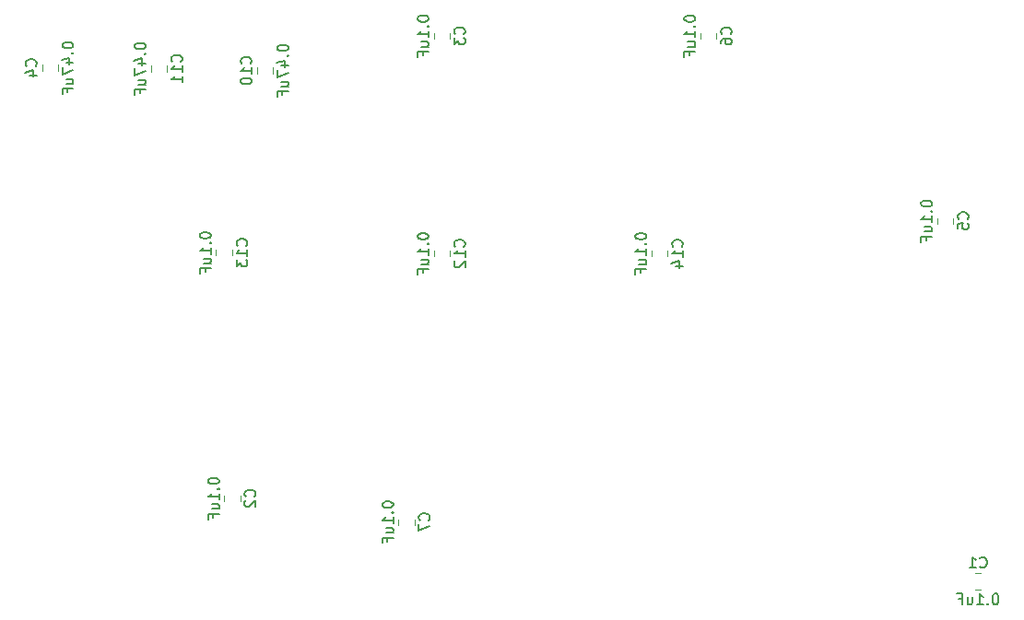
<source format=gbr>
%TF.GenerationSoftware,KiCad,Pcbnew,9.0.0*%
%TF.CreationDate,2025-03-15T18:23:47-05:00*%
%TF.ProjectId,Model I RS232,4d6f6465-6c20-4492-9052-533233322e6b,rev?*%
%TF.SameCoordinates,Original*%
%TF.FileFunction,Legend,Bot*%
%TF.FilePolarity,Positive*%
%FSLAX46Y46*%
G04 Gerber Fmt 4.6, Leading zero omitted, Abs format (unit mm)*
G04 Created by KiCad (PCBNEW 9.0.0) date 2025-03-15 18:23:47*
%MOMM*%
%LPD*%
G01*
G04 APERTURE LIST*
%ADD10C,0.150000*%
%ADD11C,0.120000*%
G04 APERTURE END LIST*
D10*
X159039580Y-78620833D02*
X159087200Y-78573214D01*
X159087200Y-78573214D02*
X159134819Y-78430357D01*
X159134819Y-78430357D02*
X159134819Y-78335119D01*
X159134819Y-78335119D02*
X159087200Y-78192262D01*
X159087200Y-78192262D02*
X158991961Y-78097024D01*
X158991961Y-78097024D02*
X158896723Y-78049405D01*
X158896723Y-78049405D02*
X158706247Y-78001786D01*
X158706247Y-78001786D02*
X158563390Y-78001786D01*
X158563390Y-78001786D02*
X158372914Y-78049405D01*
X158372914Y-78049405D02*
X158277676Y-78097024D01*
X158277676Y-78097024D02*
X158182438Y-78192262D01*
X158182438Y-78192262D02*
X158134819Y-78335119D01*
X158134819Y-78335119D02*
X158134819Y-78430357D01*
X158134819Y-78430357D02*
X158182438Y-78573214D01*
X158182438Y-78573214D02*
X158230057Y-78620833D01*
X158134819Y-79477976D02*
X158134819Y-79287500D01*
X158134819Y-79287500D02*
X158182438Y-79192262D01*
X158182438Y-79192262D02*
X158230057Y-79144643D01*
X158230057Y-79144643D02*
X158372914Y-79049405D01*
X158372914Y-79049405D02*
X158563390Y-79001786D01*
X158563390Y-79001786D02*
X158944342Y-79001786D01*
X158944342Y-79001786D02*
X159039580Y-79049405D01*
X159039580Y-79049405D02*
X159087200Y-79097024D01*
X159087200Y-79097024D02*
X159134819Y-79192262D01*
X159134819Y-79192262D02*
X159134819Y-79382738D01*
X159134819Y-79382738D02*
X159087200Y-79477976D01*
X159087200Y-79477976D02*
X159039580Y-79525595D01*
X159039580Y-79525595D02*
X158944342Y-79573214D01*
X158944342Y-79573214D02*
X158706247Y-79573214D01*
X158706247Y-79573214D02*
X158611009Y-79525595D01*
X158611009Y-79525595D02*
X158563390Y-79477976D01*
X158563390Y-79477976D02*
X158515771Y-79382738D01*
X158515771Y-79382738D02*
X158515771Y-79192262D01*
X158515771Y-79192262D02*
X158563390Y-79097024D01*
X158563390Y-79097024D02*
X158611009Y-79049405D01*
X158611009Y-79049405D02*
X158706247Y-79001786D01*
X154774819Y-77144643D02*
X154774819Y-77239881D01*
X154774819Y-77239881D02*
X154822438Y-77335119D01*
X154822438Y-77335119D02*
X154870057Y-77382738D01*
X154870057Y-77382738D02*
X154965295Y-77430357D01*
X154965295Y-77430357D02*
X155155771Y-77477976D01*
X155155771Y-77477976D02*
X155393866Y-77477976D01*
X155393866Y-77477976D02*
X155584342Y-77430357D01*
X155584342Y-77430357D02*
X155679580Y-77382738D01*
X155679580Y-77382738D02*
X155727200Y-77335119D01*
X155727200Y-77335119D02*
X155774819Y-77239881D01*
X155774819Y-77239881D02*
X155774819Y-77144643D01*
X155774819Y-77144643D02*
X155727200Y-77049405D01*
X155727200Y-77049405D02*
X155679580Y-77001786D01*
X155679580Y-77001786D02*
X155584342Y-76954167D01*
X155584342Y-76954167D02*
X155393866Y-76906548D01*
X155393866Y-76906548D02*
X155155771Y-76906548D01*
X155155771Y-76906548D02*
X154965295Y-76954167D01*
X154965295Y-76954167D02*
X154870057Y-77001786D01*
X154870057Y-77001786D02*
X154822438Y-77049405D01*
X154822438Y-77049405D02*
X154774819Y-77144643D01*
X155679580Y-77906548D02*
X155727200Y-77954167D01*
X155727200Y-77954167D02*
X155774819Y-77906548D01*
X155774819Y-77906548D02*
X155727200Y-77858929D01*
X155727200Y-77858929D02*
X155679580Y-77906548D01*
X155679580Y-77906548D02*
X155774819Y-77906548D01*
X155774819Y-78906547D02*
X155774819Y-78335119D01*
X155774819Y-78620833D02*
X154774819Y-78620833D01*
X154774819Y-78620833D02*
X154917676Y-78525595D01*
X154917676Y-78525595D02*
X155012914Y-78430357D01*
X155012914Y-78430357D02*
X155060533Y-78335119D01*
X155108152Y-79763690D02*
X155774819Y-79763690D01*
X155108152Y-79335119D02*
X155631961Y-79335119D01*
X155631961Y-79335119D02*
X155727200Y-79382738D01*
X155727200Y-79382738D02*
X155774819Y-79477976D01*
X155774819Y-79477976D02*
X155774819Y-79620833D01*
X155774819Y-79620833D02*
X155727200Y-79716071D01*
X155727200Y-79716071D02*
X155679580Y-79763690D01*
X155251009Y-80573214D02*
X155251009Y-80239881D01*
X155774819Y-80239881D02*
X154774819Y-80239881D01*
X154774819Y-80239881D02*
X154774819Y-80716071D01*
X134539580Y-78620833D02*
X134587200Y-78573214D01*
X134587200Y-78573214D02*
X134634819Y-78430357D01*
X134634819Y-78430357D02*
X134634819Y-78335119D01*
X134634819Y-78335119D02*
X134587200Y-78192262D01*
X134587200Y-78192262D02*
X134491961Y-78097024D01*
X134491961Y-78097024D02*
X134396723Y-78049405D01*
X134396723Y-78049405D02*
X134206247Y-78001786D01*
X134206247Y-78001786D02*
X134063390Y-78001786D01*
X134063390Y-78001786D02*
X133872914Y-78049405D01*
X133872914Y-78049405D02*
X133777676Y-78097024D01*
X133777676Y-78097024D02*
X133682438Y-78192262D01*
X133682438Y-78192262D02*
X133634819Y-78335119D01*
X133634819Y-78335119D02*
X133634819Y-78430357D01*
X133634819Y-78430357D02*
X133682438Y-78573214D01*
X133682438Y-78573214D02*
X133730057Y-78620833D01*
X133634819Y-78954167D02*
X133634819Y-79573214D01*
X133634819Y-79573214D02*
X134015771Y-79239881D01*
X134015771Y-79239881D02*
X134015771Y-79382738D01*
X134015771Y-79382738D02*
X134063390Y-79477976D01*
X134063390Y-79477976D02*
X134111009Y-79525595D01*
X134111009Y-79525595D02*
X134206247Y-79573214D01*
X134206247Y-79573214D02*
X134444342Y-79573214D01*
X134444342Y-79573214D02*
X134539580Y-79525595D01*
X134539580Y-79525595D02*
X134587200Y-79477976D01*
X134587200Y-79477976D02*
X134634819Y-79382738D01*
X134634819Y-79382738D02*
X134634819Y-79097024D01*
X134634819Y-79097024D02*
X134587200Y-79001786D01*
X134587200Y-79001786D02*
X134539580Y-78954167D01*
X130274819Y-77144643D02*
X130274819Y-77239881D01*
X130274819Y-77239881D02*
X130322438Y-77335119D01*
X130322438Y-77335119D02*
X130370057Y-77382738D01*
X130370057Y-77382738D02*
X130465295Y-77430357D01*
X130465295Y-77430357D02*
X130655771Y-77477976D01*
X130655771Y-77477976D02*
X130893866Y-77477976D01*
X130893866Y-77477976D02*
X131084342Y-77430357D01*
X131084342Y-77430357D02*
X131179580Y-77382738D01*
X131179580Y-77382738D02*
X131227200Y-77335119D01*
X131227200Y-77335119D02*
X131274819Y-77239881D01*
X131274819Y-77239881D02*
X131274819Y-77144643D01*
X131274819Y-77144643D02*
X131227200Y-77049405D01*
X131227200Y-77049405D02*
X131179580Y-77001786D01*
X131179580Y-77001786D02*
X131084342Y-76954167D01*
X131084342Y-76954167D02*
X130893866Y-76906548D01*
X130893866Y-76906548D02*
X130655771Y-76906548D01*
X130655771Y-76906548D02*
X130465295Y-76954167D01*
X130465295Y-76954167D02*
X130370057Y-77001786D01*
X130370057Y-77001786D02*
X130322438Y-77049405D01*
X130322438Y-77049405D02*
X130274819Y-77144643D01*
X131179580Y-77906548D02*
X131227200Y-77954167D01*
X131227200Y-77954167D02*
X131274819Y-77906548D01*
X131274819Y-77906548D02*
X131227200Y-77858929D01*
X131227200Y-77858929D02*
X131179580Y-77906548D01*
X131179580Y-77906548D02*
X131274819Y-77906548D01*
X131274819Y-78906547D02*
X131274819Y-78335119D01*
X131274819Y-78620833D02*
X130274819Y-78620833D01*
X130274819Y-78620833D02*
X130417676Y-78525595D01*
X130417676Y-78525595D02*
X130512914Y-78430357D01*
X130512914Y-78430357D02*
X130560533Y-78335119D01*
X130608152Y-79763690D02*
X131274819Y-79763690D01*
X130608152Y-79335119D02*
X131131961Y-79335119D01*
X131131961Y-79335119D02*
X131227200Y-79382738D01*
X131227200Y-79382738D02*
X131274819Y-79477976D01*
X131274819Y-79477976D02*
X131274819Y-79620833D01*
X131274819Y-79620833D02*
X131227200Y-79716071D01*
X131227200Y-79716071D02*
X131179580Y-79763690D01*
X130751009Y-80573214D02*
X130751009Y-80239881D01*
X131274819Y-80239881D02*
X130274819Y-80239881D01*
X130274819Y-80239881D02*
X130274819Y-80716071D01*
X134539580Y-98144642D02*
X134587200Y-98097023D01*
X134587200Y-98097023D02*
X134634819Y-97954166D01*
X134634819Y-97954166D02*
X134634819Y-97858928D01*
X134634819Y-97858928D02*
X134587200Y-97716071D01*
X134587200Y-97716071D02*
X134491961Y-97620833D01*
X134491961Y-97620833D02*
X134396723Y-97573214D01*
X134396723Y-97573214D02*
X134206247Y-97525595D01*
X134206247Y-97525595D02*
X134063390Y-97525595D01*
X134063390Y-97525595D02*
X133872914Y-97573214D01*
X133872914Y-97573214D02*
X133777676Y-97620833D01*
X133777676Y-97620833D02*
X133682438Y-97716071D01*
X133682438Y-97716071D02*
X133634819Y-97858928D01*
X133634819Y-97858928D02*
X133634819Y-97954166D01*
X133634819Y-97954166D02*
X133682438Y-98097023D01*
X133682438Y-98097023D02*
X133730057Y-98144642D01*
X134634819Y-99097023D02*
X134634819Y-98525595D01*
X134634819Y-98811309D02*
X133634819Y-98811309D01*
X133634819Y-98811309D02*
X133777676Y-98716071D01*
X133777676Y-98716071D02*
X133872914Y-98620833D01*
X133872914Y-98620833D02*
X133920533Y-98525595D01*
X133730057Y-99477976D02*
X133682438Y-99525595D01*
X133682438Y-99525595D02*
X133634819Y-99620833D01*
X133634819Y-99620833D02*
X133634819Y-99858928D01*
X133634819Y-99858928D02*
X133682438Y-99954166D01*
X133682438Y-99954166D02*
X133730057Y-100001785D01*
X133730057Y-100001785D02*
X133825295Y-100049404D01*
X133825295Y-100049404D02*
X133920533Y-100049404D01*
X133920533Y-100049404D02*
X134063390Y-100001785D01*
X134063390Y-100001785D02*
X134634819Y-99430357D01*
X134634819Y-99430357D02*
X134634819Y-100049404D01*
X130274819Y-97144643D02*
X130274819Y-97239881D01*
X130274819Y-97239881D02*
X130322438Y-97335119D01*
X130322438Y-97335119D02*
X130370057Y-97382738D01*
X130370057Y-97382738D02*
X130465295Y-97430357D01*
X130465295Y-97430357D02*
X130655771Y-97477976D01*
X130655771Y-97477976D02*
X130893866Y-97477976D01*
X130893866Y-97477976D02*
X131084342Y-97430357D01*
X131084342Y-97430357D02*
X131179580Y-97382738D01*
X131179580Y-97382738D02*
X131227200Y-97335119D01*
X131227200Y-97335119D02*
X131274819Y-97239881D01*
X131274819Y-97239881D02*
X131274819Y-97144643D01*
X131274819Y-97144643D02*
X131227200Y-97049405D01*
X131227200Y-97049405D02*
X131179580Y-97001786D01*
X131179580Y-97001786D02*
X131084342Y-96954167D01*
X131084342Y-96954167D02*
X130893866Y-96906548D01*
X130893866Y-96906548D02*
X130655771Y-96906548D01*
X130655771Y-96906548D02*
X130465295Y-96954167D01*
X130465295Y-96954167D02*
X130370057Y-97001786D01*
X130370057Y-97001786D02*
X130322438Y-97049405D01*
X130322438Y-97049405D02*
X130274819Y-97144643D01*
X131179580Y-97906548D02*
X131227200Y-97954167D01*
X131227200Y-97954167D02*
X131274819Y-97906548D01*
X131274819Y-97906548D02*
X131227200Y-97858929D01*
X131227200Y-97858929D02*
X131179580Y-97906548D01*
X131179580Y-97906548D02*
X131274819Y-97906548D01*
X131274819Y-98906547D02*
X131274819Y-98335119D01*
X131274819Y-98620833D02*
X130274819Y-98620833D01*
X130274819Y-98620833D02*
X130417676Y-98525595D01*
X130417676Y-98525595D02*
X130512914Y-98430357D01*
X130512914Y-98430357D02*
X130560533Y-98335119D01*
X130608152Y-99763690D02*
X131274819Y-99763690D01*
X130608152Y-99335119D02*
X131131961Y-99335119D01*
X131131961Y-99335119D02*
X131227200Y-99382738D01*
X131227200Y-99382738D02*
X131274819Y-99477976D01*
X131274819Y-99477976D02*
X131274819Y-99620833D01*
X131274819Y-99620833D02*
X131227200Y-99716071D01*
X131227200Y-99716071D02*
X131179580Y-99763690D01*
X130751009Y-100573214D02*
X130751009Y-100239881D01*
X131274819Y-100239881D02*
X130274819Y-100239881D01*
X130274819Y-100239881D02*
X130274819Y-100716071D01*
X180789580Y-95620833D02*
X180837200Y-95573214D01*
X180837200Y-95573214D02*
X180884819Y-95430357D01*
X180884819Y-95430357D02*
X180884819Y-95335119D01*
X180884819Y-95335119D02*
X180837200Y-95192262D01*
X180837200Y-95192262D02*
X180741961Y-95097024D01*
X180741961Y-95097024D02*
X180646723Y-95049405D01*
X180646723Y-95049405D02*
X180456247Y-95001786D01*
X180456247Y-95001786D02*
X180313390Y-95001786D01*
X180313390Y-95001786D02*
X180122914Y-95049405D01*
X180122914Y-95049405D02*
X180027676Y-95097024D01*
X180027676Y-95097024D02*
X179932438Y-95192262D01*
X179932438Y-95192262D02*
X179884819Y-95335119D01*
X179884819Y-95335119D02*
X179884819Y-95430357D01*
X179884819Y-95430357D02*
X179932438Y-95573214D01*
X179932438Y-95573214D02*
X179980057Y-95620833D01*
X179884819Y-96525595D02*
X179884819Y-96049405D01*
X179884819Y-96049405D02*
X180361009Y-96001786D01*
X180361009Y-96001786D02*
X180313390Y-96049405D01*
X180313390Y-96049405D02*
X180265771Y-96144643D01*
X180265771Y-96144643D02*
X180265771Y-96382738D01*
X180265771Y-96382738D02*
X180313390Y-96477976D01*
X180313390Y-96477976D02*
X180361009Y-96525595D01*
X180361009Y-96525595D02*
X180456247Y-96573214D01*
X180456247Y-96573214D02*
X180694342Y-96573214D01*
X180694342Y-96573214D02*
X180789580Y-96525595D01*
X180789580Y-96525595D02*
X180837200Y-96477976D01*
X180837200Y-96477976D02*
X180884819Y-96382738D01*
X180884819Y-96382738D02*
X180884819Y-96144643D01*
X180884819Y-96144643D02*
X180837200Y-96049405D01*
X180837200Y-96049405D02*
X180789580Y-96001786D01*
X176524819Y-94144643D02*
X176524819Y-94239881D01*
X176524819Y-94239881D02*
X176572438Y-94335119D01*
X176572438Y-94335119D02*
X176620057Y-94382738D01*
X176620057Y-94382738D02*
X176715295Y-94430357D01*
X176715295Y-94430357D02*
X176905771Y-94477976D01*
X176905771Y-94477976D02*
X177143866Y-94477976D01*
X177143866Y-94477976D02*
X177334342Y-94430357D01*
X177334342Y-94430357D02*
X177429580Y-94382738D01*
X177429580Y-94382738D02*
X177477200Y-94335119D01*
X177477200Y-94335119D02*
X177524819Y-94239881D01*
X177524819Y-94239881D02*
X177524819Y-94144643D01*
X177524819Y-94144643D02*
X177477200Y-94049405D01*
X177477200Y-94049405D02*
X177429580Y-94001786D01*
X177429580Y-94001786D02*
X177334342Y-93954167D01*
X177334342Y-93954167D02*
X177143866Y-93906548D01*
X177143866Y-93906548D02*
X176905771Y-93906548D01*
X176905771Y-93906548D02*
X176715295Y-93954167D01*
X176715295Y-93954167D02*
X176620057Y-94001786D01*
X176620057Y-94001786D02*
X176572438Y-94049405D01*
X176572438Y-94049405D02*
X176524819Y-94144643D01*
X177429580Y-94906548D02*
X177477200Y-94954167D01*
X177477200Y-94954167D02*
X177524819Y-94906548D01*
X177524819Y-94906548D02*
X177477200Y-94858929D01*
X177477200Y-94858929D02*
X177429580Y-94906548D01*
X177429580Y-94906548D02*
X177524819Y-94906548D01*
X177524819Y-95906547D02*
X177524819Y-95335119D01*
X177524819Y-95620833D02*
X176524819Y-95620833D01*
X176524819Y-95620833D02*
X176667676Y-95525595D01*
X176667676Y-95525595D02*
X176762914Y-95430357D01*
X176762914Y-95430357D02*
X176810533Y-95335119D01*
X176858152Y-96763690D02*
X177524819Y-96763690D01*
X176858152Y-96335119D02*
X177381961Y-96335119D01*
X177381961Y-96335119D02*
X177477200Y-96382738D01*
X177477200Y-96382738D02*
X177524819Y-96477976D01*
X177524819Y-96477976D02*
X177524819Y-96620833D01*
X177524819Y-96620833D02*
X177477200Y-96716071D01*
X177477200Y-96716071D02*
X177429580Y-96763690D01*
X177001009Y-97573214D02*
X177001009Y-97239881D01*
X177524819Y-97239881D02*
X176524819Y-97239881D01*
X176524819Y-97239881D02*
X176524819Y-97716071D01*
X115289580Y-121120833D02*
X115337200Y-121073214D01*
X115337200Y-121073214D02*
X115384819Y-120930357D01*
X115384819Y-120930357D02*
X115384819Y-120835119D01*
X115384819Y-120835119D02*
X115337200Y-120692262D01*
X115337200Y-120692262D02*
X115241961Y-120597024D01*
X115241961Y-120597024D02*
X115146723Y-120549405D01*
X115146723Y-120549405D02*
X114956247Y-120501786D01*
X114956247Y-120501786D02*
X114813390Y-120501786D01*
X114813390Y-120501786D02*
X114622914Y-120549405D01*
X114622914Y-120549405D02*
X114527676Y-120597024D01*
X114527676Y-120597024D02*
X114432438Y-120692262D01*
X114432438Y-120692262D02*
X114384819Y-120835119D01*
X114384819Y-120835119D02*
X114384819Y-120930357D01*
X114384819Y-120930357D02*
X114432438Y-121073214D01*
X114432438Y-121073214D02*
X114480057Y-121120833D01*
X114480057Y-121501786D02*
X114432438Y-121549405D01*
X114432438Y-121549405D02*
X114384819Y-121644643D01*
X114384819Y-121644643D02*
X114384819Y-121882738D01*
X114384819Y-121882738D02*
X114432438Y-121977976D01*
X114432438Y-121977976D02*
X114480057Y-122025595D01*
X114480057Y-122025595D02*
X114575295Y-122073214D01*
X114575295Y-122073214D02*
X114670533Y-122073214D01*
X114670533Y-122073214D02*
X114813390Y-122025595D01*
X114813390Y-122025595D02*
X115384819Y-121454167D01*
X115384819Y-121454167D02*
X115384819Y-122073214D01*
X111024819Y-119644643D02*
X111024819Y-119739881D01*
X111024819Y-119739881D02*
X111072438Y-119835119D01*
X111072438Y-119835119D02*
X111120057Y-119882738D01*
X111120057Y-119882738D02*
X111215295Y-119930357D01*
X111215295Y-119930357D02*
X111405771Y-119977976D01*
X111405771Y-119977976D02*
X111643866Y-119977976D01*
X111643866Y-119977976D02*
X111834342Y-119930357D01*
X111834342Y-119930357D02*
X111929580Y-119882738D01*
X111929580Y-119882738D02*
X111977200Y-119835119D01*
X111977200Y-119835119D02*
X112024819Y-119739881D01*
X112024819Y-119739881D02*
X112024819Y-119644643D01*
X112024819Y-119644643D02*
X111977200Y-119549405D01*
X111977200Y-119549405D02*
X111929580Y-119501786D01*
X111929580Y-119501786D02*
X111834342Y-119454167D01*
X111834342Y-119454167D02*
X111643866Y-119406548D01*
X111643866Y-119406548D02*
X111405771Y-119406548D01*
X111405771Y-119406548D02*
X111215295Y-119454167D01*
X111215295Y-119454167D02*
X111120057Y-119501786D01*
X111120057Y-119501786D02*
X111072438Y-119549405D01*
X111072438Y-119549405D02*
X111024819Y-119644643D01*
X111929580Y-120406548D02*
X111977200Y-120454167D01*
X111977200Y-120454167D02*
X112024819Y-120406548D01*
X112024819Y-120406548D02*
X111977200Y-120358929D01*
X111977200Y-120358929D02*
X111929580Y-120406548D01*
X111929580Y-120406548D02*
X112024819Y-120406548D01*
X112024819Y-121406547D02*
X112024819Y-120835119D01*
X112024819Y-121120833D02*
X111024819Y-121120833D01*
X111024819Y-121120833D02*
X111167676Y-121025595D01*
X111167676Y-121025595D02*
X111262914Y-120930357D01*
X111262914Y-120930357D02*
X111310533Y-120835119D01*
X111358152Y-122263690D02*
X112024819Y-122263690D01*
X111358152Y-121835119D02*
X111881961Y-121835119D01*
X111881961Y-121835119D02*
X111977200Y-121882738D01*
X111977200Y-121882738D02*
X112024819Y-121977976D01*
X112024819Y-121977976D02*
X112024819Y-122120833D01*
X112024819Y-122120833D02*
X111977200Y-122216071D01*
X111977200Y-122216071D02*
X111929580Y-122263690D01*
X111501009Y-123073214D02*
X111501009Y-122739881D01*
X112024819Y-122739881D02*
X111024819Y-122739881D01*
X111024819Y-122739881D02*
X111024819Y-123216071D01*
X95179580Y-81545833D02*
X95227200Y-81498214D01*
X95227200Y-81498214D02*
X95274819Y-81355357D01*
X95274819Y-81355357D02*
X95274819Y-81260119D01*
X95274819Y-81260119D02*
X95227200Y-81117262D01*
X95227200Y-81117262D02*
X95131961Y-81022024D01*
X95131961Y-81022024D02*
X95036723Y-80974405D01*
X95036723Y-80974405D02*
X94846247Y-80926786D01*
X94846247Y-80926786D02*
X94703390Y-80926786D01*
X94703390Y-80926786D02*
X94512914Y-80974405D01*
X94512914Y-80974405D02*
X94417676Y-81022024D01*
X94417676Y-81022024D02*
X94322438Y-81117262D01*
X94322438Y-81117262D02*
X94274819Y-81260119D01*
X94274819Y-81260119D02*
X94274819Y-81355357D01*
X94274819Y-81355357D02*
X94322438Y-81498214D01*
X94322438Y-81498214D02*
X94370057Y-81545833D01*
X94608152Y-82402976D02*
X95274819Y-82402976D01*
X94227200Y-82164881D02*
X94941485Y-81926786D01*
X94941485Y-81926786D02*
X94941485Y-82545833D01*
X97634819Y-79593452D02*
X97634819Y-79688690D01*
X97634819Y-79688690D02*
X97682438Y-79783928D01*
X97682438Y-79783928D02*
X97730057Y-79831547D01*
X97730057Y-79831547D02*
X97825295Y-79879166D01*
X97825295Y-79879166D02*
X98015771Y-79926785D01*
X98015771Y-79926785D02*
X98253866Y-79926785D01*
X98253866Y-79926785D02*
X98444342Y-79879166D01*
X98444342Y-79879166D02*
X98539580Y-79831547D01*
X98539580Y-79831547D02*
X98587200Y-79783928D01*
X98587200Y-79783928D02*
X98634819Y-79688690D01*
X98634819Y-79688690D02*
X98634819Y-79593452D01*
X98634819Y-79593452D02*
X98587200Y-79498214D01*
X98587200Y-79498214D02*
X98539580Y-79450595D01*
X98539580Y-79450595D02*
X98444342Y-79402976D01*
X98444342Y-79402976D02*
X98253866Y-79355357D01*
X98253866Y-79355357D02*
X98015771Y-79355357D01*
X98015771Y-79355357D02*
X97825295Y-79402976D01*
X97825295Y-79402976D02*
X97730057Y-79450595D01*
X97730057Y-79450595D02*
X97682438Y-79498214D01*
X97682438Y-79498214D02*
X97634819Y-79593452D01*
X98539580Y-80355357D02*
X98587200Y-80402976D01*
X98587200Y-80402976D02*
X98634819Y-80355357D01*
X98634819Y-80355357D02*
X98587200Y-80307738D01*
X98587200Y-80307738D02*
X98539580Y-80355357D01*
X98539580Y-80355357D02*
X98634819Y-80355357D01*
X97968152Y-81260118D02*
X98634819Y-81260118D01*
X97587200Y-81022023D02*
X98301485Y-80783928D01*
X98301485Y-80783928D02*
X98301485Y-81402975D01*
X97634819Y-81688690D02*
X97634819Y-82355356D01*
X97634819Y-82355356D02*
X98634819Y-81926785D01*
X97968152Y-83164880D02*
X98634819Y-83164880D01*
X97968152Y-82736309D02*
X98491961Y-82736309D01*
X98491961Y-82736309D02*
X98587200Y-82783928D01*
X98587200Y-82783928D02*
X98634819Y-82879166D01*
X98634819Y-82879166D02*
X98634819Y-83022023D01*
X98634819Y-83022023D02*
X98587200Y-83117261D01*
X98587200Y-83117261D02*
X98539580Y-83164880D01*
X98111009Y-83974404D02*
X98111009Y-83641071D01*
X98634819Y-83641071D02*
X97634819Y-83641071D01*
X97634819Y-83641071D02*
X97634819Y-84117261D01*
X108539580Y-81144642D02*
X108587200Y-81097023D01*
X108587200Y-81097023D02*
X108634819Y-80954166D01*
X108634819Y-80954166D02*
X108634819Y-80858928D01*
X108634819Y-80858928D02*
X108587200Y-80716071D01*
X108587200Y-80716071D02*
X108491961Y-80620833D01*
X108491961Y-80620833D02*
X108396723Y-80573214D01*
X108396723Y-80573214D02*
X108206247Y-80525595D01*
X108206247Y-80525595D02*
X108063390Y-80525595D01*
X108063390Y-80525595D02*
X107872914Y-80573214D01*
X107872914Y-80573214D02*
X107777676Y-80620833D01*
X107777676Y-80620833D02*
X107682438Y-80716071D01*
X107682438Y-80716071D02*
X107634819Y-80858928D01*
X107634819Y-80858928D02*
X107634819Y-80954166D01*
X107634819Y-80954166D02*
X107682438Y-81097023D01*
X107682438Y-81097023D02*
X107730057Y-81144642D01*
X108634819Y-82097023D02*
X108634819Y-81525595D01*
X108634819Y-81811309D02*
X107634819Y-81811309D01*
X107634819Y-81811309D02*
X107777676Y-81716071D01*
X107777676Y-81716071D02*
X107872914Y-81620833D01*
X107872914Y-81620833D02*
X107920533Y-81525595D01*
X108634819Y-83049404D02*
X108634819Y-82477976D01*
X108634819Y-82763690D02*
X107634819Y-82763690D01*
X107634819Y-82763690D02*
X107777676Y-82668452D01*
X107777676Y-82668452D02*
X107872914Y-82573214D01*
X107872914Y-82573214D02*
X107920533Y-82477976D01*
X104274819Y-79668452D02*
X104274819Y-79763690D01*
X104274819Y-79763690D02*
X104322438Y-79858928D01*
X104322438Y-79858928D02*
X104370057Y-79906547D01*
X104370057Y-79906547D02*
X104465295Y-79954166D01*
X104465295Y-79954166D02*
X104655771Y-80001785D01*
X104655771Y-80001785D02*
X104893866Y-80001785D01*
X104893866Y-80001785D02*
X105084342Y-79954166D01*
X105084342Y-79954166D02*
X105179580Y-79906547D01*
X105179580Y-79906547D02*
X105227200Y-79858928D01*
X105227200Y-79858928D02*
X105274819Y-79763690D01*
X105274819Y-79763690D02*
X105274819Y-79668452D01*
X105274819Y-79668452D02*
X105227200Y-79573214D01*
X105227200Y-79573214D02*
X105179580Y-79525595D01*
X105179580Y-79525595D02*
X105084342Y-79477976D01*
X105084342Y-79477976D02*
X104893866Y-79430357D01*
X104893866Y-79430357D02*
X104655771Y-79430357D01*
X104655771Y-79430357D02*
X104465295Y-79477976D01*
X104465295Y-79477976D02*
X104370057Y-79525595D01*
X104370057Y-79525595D02*
X104322438Y-79573214D01*
X104322438Y-79573214D02*
X104274819Y-79668452D01*
X105179580Y-80430357D02*
X105227200Y-80477976D01*
X105227200Y-80477976D02*
X105274819Y-80430357D01*
X105274819Y-80430357D02*
X105227200Y-80382738D01*
X105227200Y-80382738D02*
X105179580Y-80430357D01*
X105179580Y-80430357D02*
X105274819Y-80430357D01*
X104608152Y-81335118D02*
X105274819Y-81335118D01*
X104227200Y-81097023D02*
X104941485Y-80858928D01*
X104941485Y-80858928D02*
X104941485Y-81477975D01*
X104274819Y-81763690D02*
X104274819Y-82430356D01*
X104274819Y-82430356D02*
X105274819Y-82001785D01*
X104608152Y-83239880D02*
X105274819Y-83239880D01*
X104608152Y-82811309D02*
X105131961Y-82811309D01*
X105131961Y-82811309D02*
X105227200Y-82858928D01*
X105227200Y-82858928D02*
X105274819Y-82954166D01*
X105274819Y-82954166D02*
X105274819Y-83097023D01*
X105274819Y-83097023D02*
X105227200Y-83192261D01*
X105227200Y-83192261D02*
X105179580Y-83239880D01*
X104751009Y-84049404D02*
X104751009Y-83716071D01*
X105274819Y-83716071D02*
X104274819Y-83716071D01*
X104274819Y-83716071D02*
X104274819Y-84192261D01*
X154539580Y-98144642D02*
X154587200Y-98097023D01*
X154587200Y-98097023D02*
X154634819Y-97954166D01*
X154634819Y-97954166D02*
X154634819Y-97858928D01*
X154634819Y-97858928D02*
X154587200Y-97716071D01*
X154587200Y-97716071D02*
X154491961Y-97620833D01*
X154491961Y-97620833D02*
X154396723Y-97573214D01*
X154396723Y-97573214D02*
X154206247Y-97525595D01*
X154206247Y-97525595D02*
X154063390Y-97525595D01*
X154063390Y-97525595D02*
X153872914Y-97573214D01*
X153872914Y-97573214D02*
X153777676Y-97620833D01*
X153777676Y-97620833D02*
X153682438Y-97716071D01*
X153682438Y-97716071D02*
X153634819Y-97858928D01*
X153634819Y-97858928D02*
X153634819Y-97954166D01*
X153634819Y-97954166D02*
X153682438Y-98097023D01*
X153682438Y-98097023D02*
X153730057Y-98144642D01*
X154634819Y-99097023D02*
X154634819Y-98525595D01*
X154634819Y-98811309D02*
X153634819Y-98811309D01*
X153634819Y-98811309D02*
X153777676Y-98716071D01*
X153777676Y-98716071D02*
X153872914Y-98620833D01*
X153872914Y-98620833D02*
X153920533Y-98525595D01*
X153968152Y-99954166D02*
X154634819Y-99954166D01*
X153587200Y-99716071D02*
X154301485Y-99477976D01*
X154301485Y-99477976D02*
X154301485Y-100097023D01*
X150274819Y-97144643D02*
X150274819Y-97239881D01*
X150274819Y-97239881D02*
X150322438Y-97335119D01*
X150322438Y-97335119D02*
X150370057Y-97382738D01*
X150370057Y-97382738D02*
X150465295Y-97430357D01*
X150465295Y-97430357D02*
X150655771Y-97477976D01*
X150655771Y-97477976D02*
X150893866Y-97477976D01*
X150893866Y-97477976D02*
X151084342Y-97430357D01*
X151084342Y-97430357D02*
X151179580Y-97382738D01*
X151179580Y-97382738D02*
X151227200Y-97335119D01*
X151227200Y-97335119D02*
X151274819Y-97239881D01*
X151274819Y-97239881D02*
X151274819Y-97144643D01*
X151274819Y-97144643D02*
X151227200Y-97049405D01*
X151227200Y-97049405D02*
X151179580Y-97001786D01*
X151179580Y-97001786D02*
X151084342Y-96954167D01*
X151084342Y-96954167D02*
X150893866Y-96906548D01*
X150893866Y-96906548D02*
X150655771Y-96906548D01*
X150655771Y-96906548D02*
X150465295Y-96954167D01*
X150465295Y-96954167D02*
X150370057Y-97001786D01*
X150370057Y-97001786D02*
X150322438Y-97049405D01*
X150322438Y-97049405D02*
X150274819Y-97144643D01*
X151179580Y-97906548D02*
X151227200Y-97954167D01*
X151227200Y-97954167D02*
X151274819Y-97906548D01*
X151274819Y-97906548D02*
X151227200Y-97858929D01*
X151227200Y-97858929D02*
X151179580Y-97906548D01*
X151179580Y-97906548D02*
X151274819Y-97906548D01*
X151274819Y-98906547D02*
X151274819Y-98335119D01*
X151274819Y-98620833D02*
X150274819Y-98620833D01*
X150274819Y-98620833D02*
X150417676Y-98525595D01*
X150417676Y-98525595D02*
X150512914Y-98430357D01*
X150512914Y-98430357D02*
X150560533Y-98335119D01*
X150608152Y-99763690D02*
X151274819Y-99763690D01*
X150608152Y-99335119D02*
X151131961Y-99335119D01*
X151131961Y-99335119D02*
X151227200Y-99382738D01*
X151227200Y-99382738D02*
X151274819Y-99477976D01*
X151274819Y-99477976D02*
X151274819Y-99620833D01*
X151274819Y-99620833D02*
X151227200Y-99716071D01*
X151227200Y-99716071D02*
X151179580Y-99763690D01*
X150751009Y-100573214D02*
X150751009Y-100239881D01*
X151274819Y-100239881D02*
X150274819Y-100239881D01*
X150274819Y-100239881D02*
X150274819Y-100716071D01*
X114929580Y-81319642D02*
X114977200Y-81272023D01*
X114977200Y-81272023D02*
X115024819Y-81129166D01*
X115024819Y-81129166D02*
X115024819Y-81033928D01*
X115024819Y-81033928D02*
X114977200Y-80891071D01*
X114977200Y-80891071D02*
X114881961Y-80795833D01*
X114881961Y-80795833D02*
X114786723Y-80748214D01*
X114786723Y-80748214D02*
X114596247Y-80700595D01*
X114596247Y-80700595D02*
X114453390Y-80700595D01*
X114453390Y-80700595D02*
X114262914Y-80748214D01*
X114262914Y-80748214D02*
X114167676Y-80795833D01*
X114167676Y-80795833D02*
X114072438Y-80891071D01*
X114072438Y-80891071D02*
X114024819Y-81033928D01*
X114024819Y-81033928D02*
X114024819Y-81129166D01*
X114024819Y-81129166D02*
X114072438Y-81272023D01*
X114072438Y-81272023D02*
X114120057Y-81319642D01*
X115024819Y-82272023D02*
X115024819Y-81700595D01*
X115024819Y-81986309D02*
X114024819Y-81986309D01*
X114024819Y-81986309D02*
X114167676Y-81891071D01*
X114167676Y-81891071D02*
X114262914Y-81795833D01*
X114262914Y-81795833D02*
X114310533Y-81700595D01*
X114024819Y-82891071D02*
X114024819Y-82986309D01*
X114024819Y-82986309D02*
X114072438Y-83081547D01*
X114072438Y-83081547D02*
X114120057Y-83129166D01*
X114120057Y-83129166D02*
X114215295Y-83176785D01*
X114215295Y-83176785D02*
X114405771Y-83224404D01*
X114405771Y-83224404D02*
X114643866Y-83224404D01*
X114643866Y-83224404D02*
X114834342Y-83176785D01*
X114834342Y-83176785D02*
X114929580Y-83129166D01*
X114929580Y-83129166D02*
X114977200Y-83081547D01*
X114977200Y-83081547D02*
X115024819Y-82986309D01*
X115024819Y-82986309D02*
X115024819Y-82891071D01*
X115024819Y-82891071D02*
X114977200Y-82795833D01*
X114977200Y-82795833D02*
X114929580Y-82748214D01*
X114929580Y-82748214D02*
X114834342Y-82700595D01*
X114834342Y-82700595D02*
X114643866Y-82652976D01*
X114643866Y-82652976D02*
X114405771Y-82652976D01*
X114405771Y-82652976D02*
X114215295Y-82700595D01*
X114215295Y-82700595D02*
X114120057Y-82748214D01*
X114120057Y-82748214D02*
X114072438Y-82795833D01*
X114072438Y-82795833D02*
X114024819Y-82891071D01*
X117384819Y-79843452D02*
X117384819Y-79938690D01*
X117384819Y-79938690D02*
X117432438Y-80033928D01*
X117432438Y-80033928D02*
X117480057Y-80081547D01*
X117480057Y-80081547D02*
X117575295Y-80129166D01*
X117575295Y-80129166D02*
X117765771Y-80176785D01*
X117765771Y-80176785D02*
X118003866Y-80176785D01*
X118003866Y-80176785D02*
X118194342Y-80129166D01*
X118194342Y-80129166D02*
X118289580Y-80081547D01*
X118289580Y-80081547D02*
X118337200Y-80033928D01*
X118337200Y-80033928D02*
X118384819Y-79938690D01*
X118384819Y-79938690D02*
X118384819Y-79843452D01*
X118384819Y-79843452D02*
X118337200Y-79748214D01*
X118337200Y-79748214D02*
X118289580Y-79700595D01*
X118289580Y-79700595D02*
X118194342Y-79652976D01*
X118194342Y-79652976D02*
X118003866Y-79605357D01*
X118003866Y-79605357D02*
X117765771Y-79605357D01*
X117765771Y-79605357D02*
X117575295Y-79652976D01*
X117575295Y-79652976D02*
X117480057Y-79700595D01*
X117480057Y-79700595D02*
X117432438Y-79748214D01*
X117432438Y-79748214D02*
X117384819Y-79843452D01*
X118289580Y-80605357D02*
X118337200Y-80652976D01*
X118337200Y-80652976D02*
X118384819Y-80605357D01*
X118384819Y-80605357D02*
X118337200Y-80557738D01*
X118337200Y-80557738D02*
X118289580Y-80605357D01*
X118289580Y-80605357D02*
X118384819Y-80605357D01*
X117718152Y-81510118D02*
X118384819Y-81510118D01*
X117337200Y-81272023D02*
X118051485Y-81033928D01*
X118051485Y-81033928D02*
X118051485Y-81652975D01*
X117384819Y-81938690D02*
X117384819Y-82605356D01*
X117384819Y-82605356D02*
X118384819Y-82176785D01*
X117718152Y-83414880D02*
X118384819Y-83414880D01*
X117718152Y-82986309D02*
X118241961Y-82986309D01*
X118241961Y-82986309D02*
X118337200Y-83033928D01*
X118337200Y-83033928D02*
X118384819Y-83129166D01*
X118384819Y-83129166D02*
X118384819Y-83272023D01*
X118384819Y-83272023D02*
X118337200Y-83367261D01*
X118337200Y-83367261D02*
X118289580Y-83414880D01*
X117861009Y-84224404D02*
X117861009Y-83891071D01*
X118384819Y-83891071D02*
X117384819Y-83891071D01*
X117384819Y-83891071D02*
X117384819Y-84367261D01*
X181929166Y-127579580D02*
X181976785Y-127627200D01*
X181976785Y-127627200D02*
X182119642Y-127674819D01*
X182119642Y-127674819D02*
X182214880Y-127674819D01*
X182214880Y-127674819D02*
X182357737Y-127627200D01*
X182357737Y-127627200D02*
X182452975Y-127531961D01*
X182452975Y-127531961D02*
X182500594Y-127436723D01*
X182500594Y-127436723D02*
X182548213Y-127246247D01*
X182548213Y-127246247D02*
X182548213Y-127103390D01*
X182548213Y-127103390D02*
X182500594Y-126912914D01*
X182500594Y-126912914D02*
X182452975Y-126817676D01*
X182452975Y-126817676D02*
X182357737Y-126722438D01*
X182357737Y-126722438D02*
X182214880Y-126674819D01*
X182214880Y-126674819D02*
X182119642Y-126674819D01*
X182119642Y-126674819D02*
X181976785Y-126722438D01*
X181976785Y-126722438D02*
X181929166Y-126770057D01*
X180976785Y-127674819D02*
X181548213Y-127674819D01*
X181262499Y-127674819D02*
X181262499Y-126674819D01*
X181262499Y-126674819D02*
X181357737Y-126817676D01*
X181357737Y-126817676D02*
X181452975Y-126912914D01*
X181452975Y-126912914D02*
X181548213Y-126960533D01*
X183405356Y-130034819D02*
X183310118Y-130034819D01*
X183310118Y-130034819D02*
X183214880Y-130082438D01*
X183214880Y-130082438D02*
X183167261Y-130130057D01*
X183167261Y-130130057D02*
X183119642Y-130225295D01*
X183119642Y-130225295D02*
X183072023Y-130415771D01*
X183072023Y-130415771D02*
X183072023Y-130653866D01*
X183072023Y-130653866D02*
X183119642Y-130844342D01*
X183119642Y-130844342D02*
X183167261Y-130939580D01*
X183167261Y-130939580D02*
X183214880Y-130987200D01*
X183214880Y-130987200D02*
X183310118Y-131034819D01*
X183310118Y-131034819D02*
X183405356Y-131034819D01*
X183405356Y-131034819D02*
X183500594Y-130987200D01*
X183500594Y-130987200D02*
X183548213Y-130939580D01*
X183548213Y-130939580D02*
X183595832Y-130844342D01*
X183595832Y-130844342D02*
X183643451Y-130653866D01*
X183643451Y-130653866D02*
X183643451Y-130415771D01*
X183643451Y-130415771D02*
X183595832Y-130225295D01*
X183595832Y-130225295D02*
X183548213Y-130130057D01*
X183548213Y-130130057D02*
X183500594Y-130082438D01*
X183500594Y-130082438D02*
X183405356Y-130034819D01*
X182643451Y-130939580D02*
X182595832Y-130987200D01*
X182595832Y-130987200D02*
X182643451Y-131034819D01*
X182643451Y-131034819D02*
X182691070Y-130987200D01*
X182691070Y-130987200D02*
X182643451Y-130939580D01*
X182643451Y-130939580D02*
X182643451Y-131034819D01*
X181643452Y-131034819D02*
X182214880Y-131034819D01*
X181929166Y-131034819D02*
X181929166Y-130034819D01*
X181929166Y-130034819D02*
X182024404Y-130177676D01*
X182024404Y-130177676D02*
X182119642Y-130272914D01*
X182119642Y-130272914D02*
X182214880Y-130320533D01*
X180786309Y-130368152D02*
X180786309Y-131034819D01*
X181214880Y-130368152D02*
X181214880Y-130891961D01*
X181214880Y-130891961D02*
X181167261Y-130987200D01*
X181167261Y-130987200D02*
X181072023Y-131034819D01*
X181072023Y-131034819D02*
X180929166Y-131034819D01*
X180929166Y-131034819D02*
X180833928Y-130987200D01*
X180833928Y-130987200D02*
X180786309Y-130939580D01*
X179976785Y-130511009D02*
X180310118Y-130511009D01*
X180310118Y-131034819D02*
X180310118Y-130034819D01*
X180310118Y-130034819D02*
X179833928Y-130034819D01*
X114539580Y-98069642D02*
X114587200Y-98022023D01*
X114587200Y-98022023D02*
X114634819Y-97879166D01*
X114634819Y-97879166D02*
X114634819Y-97783928D01*
X114634819Y-97783928D02*
X114587200Y-97641071D01*
X114587200Y-97641071D02*
X114491961Y-97545833D01*
X114491961Y-97545833D02*
X114396723Y-97498214D01*
X114396723Y-97498214D02*
X114206247Y-97450595D01*
X114206247Y-97450595D02*
X114063390Y-97450595D01*
X114063390Y-97450595D02*
X113872914Y-97498214D01*
X113872914Y-97498214D02*
X113777676Y-97545833D01*
X113777676Y-97545833D02*
X113682438Y-97641071D01*
X113682438Y-97641071D02*
X113634819Y-97783928D01*
X113634819Y-97783928D02*
X113634819Y-97879166D01*
X113634819Y-97879166D02*
X113682438Y-98022023D01*
X113682438Y-98022023D02*
X113730057Y-98069642D01*
X114634819Y-99022023D02*
X114634819Y-98450595D01*
X114634819Y-98736309D02*
X113634819Y-98736309D01*
X113634819Y-98736309D02*
X113777676Y-98641071D01*
X113777676Y-98641071D02*
X113872914Y-98545833D01*
X113872914Y-98545833D02*
X113920533Y-98450595D01*
X113634819Y-99355357D02*
X113634819Y-99974404D01*
X113634819Y-99974404D02*
X114015771Y-99641071D01*
X114015771Y-99641071D02*
X114015771Y-99783928D01*
X114015771Y-99783928D02*
X114063390Y-99879166D01*
X114063390Y-99879166D02*
X114111009Y-99926785D01*
X114111009Y-99926785D02*
X114206247Y-99974404D01*
X114206247Y-99974404D02*
X114444342Y-99974404D01*
X114444342Y-99974404D02*
X114539580Y-99926785D01*
X114539580Y-99926785D02*
X114587200Y-99879166D01*
X114587200Y-99879166D02*
X114634819Y-99783928D01*
X114634819Y-99783928D02*
X114634819Y-99498214D01*
X114634819Y-99498214D02*
X114587200Y-99402976D01*
X114587200Y-99402976D02*
X114539580Y-99355357D01*
X110274819Y-97069643D02*
X110274819Y-97164881D01*
X110274819Y-97164881D02*
X110322438Y-97260119D01*
X110322438Y-97260119D02*
X110370057Y-97307738D01*
X110370057Y-97307738D02*
X110465295Y-97355357D01*
X110465295Y-97355357D02*
X110655771Y-97402976D01*
X110655771Y-97402976D02*
X110893866Y-97402976D01*
X110893866Y-97402976D02*
X111084342Y-97355357D01*
X111084342Y-97355357D02*
X111179580Y-97307738D01*
X111179580Y-97307738D02*
X111227200Y-97260119D01*
X111227200Y-97260119D02*
X111274819Y-97164881D01*
X111274819Y-97164881D02*
X111274819Y-97069643D01*
X111274819Y-97069643D02*
X111227200Y-96974405D01*
X111227200Y-96974405D02*
X111179580Y-96926786D01*
X111179580Y-96926786D02*
X111084342Y-96879167D01*
X111084342Y-96879167D02*
X110893866Y-96831548D01*
X110893866Y-96831548D02*
X110655771Y-96831548D01*
X110655771Y-96831548D02*
X110465295Y-96879167D01*
X110465295Y-96879167D02*
X110370057Y-96926786D01*
X110370057Y-96926786D02*
X110322438Y-96974405D01*
X110322438Y-96974405D02*
X110274819Y-97069643D01*
X111179580Y-97831548D02*
X111227200Y-97879167D01*
X111227200Y-97879167D02*
X111274819Y-97831548D01*
X111274819Y-97831548D02*
X111227200Y-97783929D01*
X111227200Y-97783929D02*
X111179580Y-97831548D01*
X111179580Y-97831548D02*
X111274819Y-97831548D01*
X111274819Y-98831547D02*
X111274819Y-98260119D01*
X111274819Y-98545833D02*
X110274819Y-98545833D01*
X110274819Y-98545833D02*
X110417676Y-98450595D01*
X110417676Y-98450595D02*
X110512914Y-98355357D01*
X110512914Y-98355357D02*
X110560533Y-98260119D01*
X110608152Y-99688690D02*
X111274819Y-99688690D01*
X110608152Y-99260119D02*
X111131961Y-99260119D01*
X111131961Y-99260119D02*
X111227200Y-99307738D01*
X111227200Y-99307738D02*
X111274819Y-99402976D01*
X111274819Y-99402976D02*
X111274819Y-99545833D01*
X111274819Y-99545833D02*
X111227200Y-99641071D01*
X111227200Y-99641071D02*
X111179580Y-99688690D01*
X110751009Y-100498214D02*
X110751009Y-100164881D01*
X111274819Y-100164881D02*
X110274819Y-100164881D01*
X110274819Y-100164881D02*
X110274819Y-100641071D01*
X131289580Y-123295833D02*
X131337200Y-123248214D01*
X131337200Y-123248214D02*
X131384819Y-123105357D01*
X131384819Y-123105357D02*
X131384819Y-123010119D01*
X131384819Y-123010119D02*
X131337200Y-122867262D01*
X131337200Y-122867262D02*
X131241961Y-122772024D01*
X131241961Y-122772024D02*
X131146723Y-122724405D01*
X131146723Y-122724405D02*
X130956247Y-122676786D01*
X130956247Y-122676786D02*
X130813390Y-122676786D01*
X130813390Y-122676786D02*
X130622914Y-122724405D01*
X130622914Y-122724405D02*
X130527676Y-122772024D01*
X130527676Y-122772024D02*
X130432438Y-122867262D01*
X130432438Y-122867262D02*
X130384819Y-123010119D01*
X130384819Y-123010119D02*
X130384819Y-123105357D01*
X130384819Y-123105357D02*
X130432438Y-123248214D01*
X130432438Y-123248214D02*
X130480057Y-123295833D01*
X130384819Y-123629167D02*
X130384819Y-124295833D01*
X130384819Y-124295833D02*
X131384819Y-123867262D01*
X127024819Y-121819643D02*
X127024819Y-121914881D01*
X127024819Y-121914881D02*
X127072438Y-122010119D01*
X127072438Y-122010119D02*
X127120057Y-122057738D01*
X127120057Y-122057738D02*
X127215295Y-122105357D01*
X127215295Y-122105357D02*
X127405771Y-122152976D01*
X127405771Y-122152976D02*
X127643866Y-122152976D01*
X127643866Y-122152976D02*
X127834342Y-122105357D01*
X127834342Y-122105357D02*
X127929580Y-122057738D01*
X127929580Y-122057738D02*
X127977200Y-122010119D01*
X127977200Y-122010119D02*
X128024819Y-121914881D01*
X128024819Y-121914881D02*
X128024819Y-121819643D01*
X128024819Y-121819643D02*
X127977200Y-121724405D01*
X127977200Y-121724405D02*
X127929580Y-121676786D01*
X127929580Y-121676786D02*
X127834342Y-121629167D01*
X127834342Y-121629167D02*
X127643866Y-121581548D01*
X127643866Y-121581548D02*
X127405771Y-121581548D01*
X127405771Y-121581548D02*
X127215295Y-121629167D01*
X127215295Y-121629167D02*
X127120057Y-121676786D01*
X127120057Y-121676786D02*
X127072438Y-121724405D01*
X127072438Y-121724405D02*
X127024819Y-121819643D01*
X127929580Y-122581548D02*
X127977200Y-122629167D01*
X127977200Y-122629167D02*
X128024819Y-122581548D01*
X128024819Y-122581548D02*
X127977200Y-122533929D01*
X127977200Y-122533929D02*
X127929580Y-122581548D01*
X127929580Y-122581548D02*
X128024819Y-122581548D01*
X128024819Y-123581547D02*
X128024819Y-123010119D01*
X128024819Y-123295833D02*
X127024819Y-123295833D01*
X127024819Y-123295833D02*
X127167676Y-123200595D01*
X127167676Y-123200595D02*
X127262914Y-123105357D01*
X127262914Y-123105357D02*
X127310533Y-123010119D01*
X127358152Y-124438690D02*
X128024819Y-124438690D01*
X127358152Y-124010119D02*
X127881961Y-124010119D01*
X127881961Y-124010119D02*
X127977200Y-124057738D01*
X127977200Y-124057738D02*
X128024819Y-124152976D01*
X128024819Y-124152976D02*
X128024819Y-124295833D01*
X128024819Y-124295833D02*
X127977200Y-124391071D01*
X127977200Y-124391071D02*
X127929580Y-124438690D01*
X127501009Y-125248214D02*
X127501009Y-124914881D01*
X128024819Y-124914881D02*
X127024819Y-124914881D01*
X127024819Y-124914881D02*
X127024819Y-125391071D01*
D11*
%TO.C,C6*%
X156265000Y-79048752D02*
X156265000Y-78526248D01*
X157735000Y-79048752D02*
X157735000Y-78526248D01*
%TO.C,C3*%
X131765000Y-79048752D02*
X131765000Y-78526248D01*
X133235000Y-79048752D02*
X133235000Y-78526248D01*
%TO.C,C12*%
X131765000Y-99048752D02*
X131765000Y-98526248D01*
X133235000Y-99048752D02*
X133235000Y-98526248D01*
%TO.C,C5*%
X178015000Y-96048752D02*
X178015000Y-95526248D01*
X179485000Y-96048752D02*
X179485000Y-95526248D01*
%TO.C,C2*%
X112515000Y-121548752D02*
X112515000Y-121026248D01*
X113985000Y-121548752D02*
X113985000Y-121026248D01*
%TO.C,C4*%
X95765000Y-81451248D02*
X95765000Y-81973752D01*
X97235000Y-81451248D02*
X97235000Y-81973752D01*
%TO.C,C11*%
X105765000Y-82048752D02*
X105765000Y-81526248D01*
X107235000Y-82048752D02*
X107235000Y-81526248D01*
%TO.C,C14*%
X151765000Y-99048752D02*
X151765000Y-98526248D01*
X153235000Y-99048752D02*
X153235000Y-98526248D01*
%TO.C,C10*%
X115515000Y-81701248D02*
X115515000Y-82223752D01*
X116985000Y-81701248D02*
X116985000Y-82223752D01*
%TO.C,C1*%
X182023752Y-128165000D02*
X181501248Y-128165000D01*
X182023752Y-129635000D02*
X181501248Y-129635000D01*
%TO.C,C13*%
X111765000Y-98973752D02*
X111765000Y-98451248D01*
X113235000Y-98973752D02*
X113235000Y-98451248D01*
%TO.C,C7*%
X128515000Y-123723752D02*
X128515000Y-123201248D01*
X129985000Y-123723752D02*
X129985000Y-123201248D01*
%TD*%
M02*

</source>
